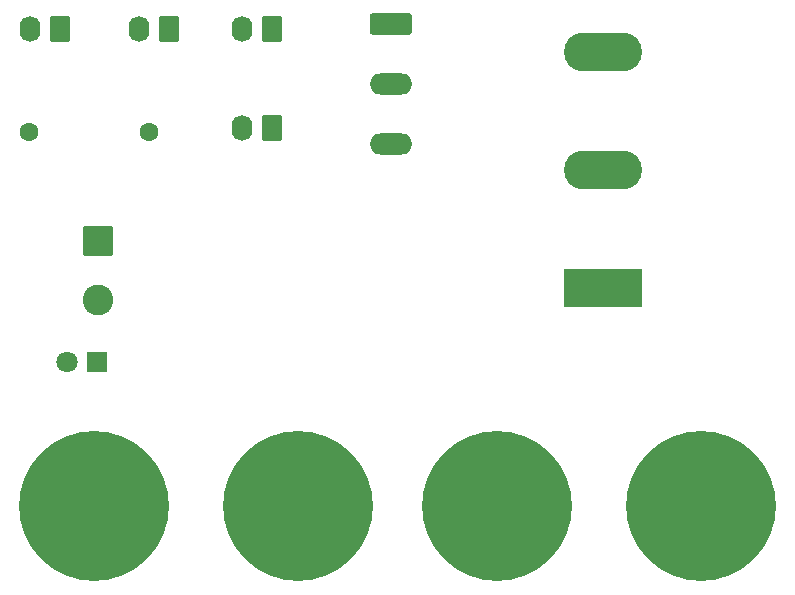
<source format=gbr>
%TF.GenerationSoftware,KiCad,Pcbnew,9.0.3*%
%TF.CreationDate,2025-08-21T00:29:16-03:00*%
%TF.ProjectId,PCB_Interfaz,5043425f-496e-4746-9572-66617a2e6b69,rev?*%
%TF.SameCoordinates,Original*%
%TF.FileFunction,Soldermask,Bot*%
%TF.FilePolarity,Negative*%
%FSLAX46Y46*%
G04 Gerber Fmt 4.6, Leading zero omitted, Abs format (unit mm)*
G04 Created by KiCad (PCBNEW 9.0.3) date 2025-08-21 00:29:16*
%MOMM*%
%LPD*%
G01*
G04 APERTURE LIST*
G04 Aperture macros list*
%AMRoundRect*
0 Rectangle with rounded corners*
0 $1 Rounding radius*
0 $2 $3 $4 $5 $6 $7 $8 $9 X,Y pos of 4 corners*
0 Add a 4 corners polygon primitive as box body*
4,1,4,$2,$3,$4,$5,$6,$7,$8,$9,$2,$3,0*
0 Add four circle primitives for the rounded corners*
1,1,$1+$1,$2,$3*
1,1,$1+$1,$4,$5*
1,1,$1+$1,$6,$7*
1,1,$1+$1,$8,$9*
0 Add four rect primitives between the rounded corners*
20,1,$1+$1,$2,$3,$4,$5,0*
20,1,$1+$1,$4,$5,$6,$7,0*
20,1,$1+$1,$6,$7,$8,$9,0*
20,1,$1+$1,$8,$9,$2,$3,0*%
G04 Aperture macros list end*
%ADD10RoundRect,0.250000X0.620000X0.845000X-0.620000X0.845000X-0.620000X-0.845000X0.620000X-0.845000X0*%
%ADD11O,1.740000X2.190000*%
%ADD12C,12.700000*%
%ADD13RoundRect,0.250000X-1.550000X0.650000X-1.550000X-0.650000X1.550000X-0.650000X1.550000X0.650000X0*%
%ADD14O,3.600000X1.800000*%
%ADD15R,6.600000X3.300000*%
%ADD16O,6.600000X3.300000*%
%ADD17C,1.600000*%
%ADD18RoundRect,0.250000X-1.050000X1.050000X-1.050000X-1.050000X1.050000X-1.050000X1.050000X1.050000X0*%
%ADD19C,2.600000*%
%ADD20R,1.800000X1.800000*%
%ADD21C,1.800000*%
G04 APERTURE END LIST*
D10*
%TO.C,Inv_Pwr1*%
X90788000Y-84455000D03*
D11*
X88248000Y-84455000D03*
%TD*%
D12*
%TO.C,Pw_In-1*%
X127850000Y-124802000D03*
X145122000Y-124802000D03*
%TD*%
D13*
%TO.C,Motor_Out2*%
X118833000Y-84035000D03*
D14*
X118833000Y-89115000D03*
X118833000Y-94195000D03*
%TD*%
D15*
%TO.C,Motor_Pwr1*%
X136779000Y-106393000D03*
D16*
X136779000Y-96393000D03*
X136779000Y-86393000D03*
%TD*%
D17*
%TO.C,R48*%
X98386000Y-93179000D03*
X88226000Y-93179000D03*
%TD*%
D10*
%TO.C,Cnv_Pwr1*%
X100037000Y-84416000D03*
D11*
X97497000Y-84416000D03*
%TD*%
D10*
%TO.C,Cooler1*%
X108800000Y-84455000D03*
D11*
X106260000Y-84455000D03*
%TD*%
D18*
%TO.C,12V_Pwr1*%
X94061500Y-102402000D03*
D19*
X94061500Y-107402000D03*
%TD*%
D10*
%TO.C,Inv_Pwr2*%
X108800000Y-92818000D03*
D11*
X106260000Y-92818000D03*
%TD*%
D12*
%TO.C,Pw_In+1*%
X93687000Y-124802000D03*
X110959000Y-124802000D03*
%TD*%
D20*
%TO.C,D11*%
X93980000Y-112649000D03*
D21*
X91440000Y-112649000D03*
%TD*%
M02*

</source>
